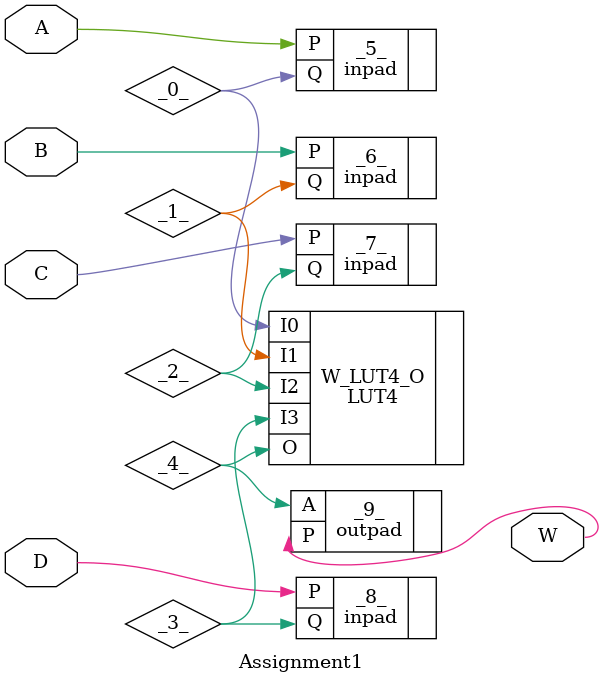
<source format=v>
/* Generated by Yosys 0.9+2406 (git sha1 9ac3484, x86_64-conda_cos6-linux-gnu-gcc 1.24.0.133_b0863d8_dirty -fvisibility-inlines-hidden -fmessage-length=0 -march=nocona -mtune=haswell -ftree-vectorize -fPIC -fstack-protector-strong -fno-plt -O2 -ffunction-sections -fdebug-prefix-map=/root/anaconda3/conda-bld/yosys_1607410735049/work=/usr/local/src/conda/yosys-0.8.0_0003_e80fb742f_20201208_122808 -fdebug-prefix-map=/home/vedula/qorc-sdk/fpga_toolchain_install/v1.3.1/conda=/usr/local/src/conda-prefix -fPIC -Os) */

(* top =  1  *)
(* src = "/home/vedula/qorc-sdk/fpga-examples/Ass1/Ass1.v:1.1-25.10" *)
module Assignment1(A, B, C, D, W);
  wire _0_;
  wire _1_;
  wire _2_;
  wire _3_;
  wire _4_;
  (* src = "/home/vedula/qorc-sdk/fpga-examples/Ass1/Ass1.v:2.12-2.13" *)
  input A;
  (* src = "/home/vedula/qorc-sdk/fpga-examples/Ass1/Ass1.v:3.12-3.13" *)
  input B;
  (* src = "/home/vedula/qorc-sdk/fpga-examples/Ass1/Ass1.v:4.12-4.13" *)
  input C;
  (* src = "/home/vedula/qorc-sdk/fpga-examples/Ass1/Ass1.v:5.12-5.13" *)
  input D;
  (* src = "/home/vedula/qorc-sdk/fpga-examples/Ass1/Ass1.v:7.18-7.19" *)
  output W;
  (* keep = 32'd1 *)
  inpad #(
    .IO_LOC("X3Y30"),
    .IO_PAD("18"),
    .IO_TYPE("SDIOMUX")
  ) _5_ (
    .P(A),
    .Q(_0_)
  );
  (* keep = 32'd1 *)
  inpad #(
    .IO_LOC("X2Y31"),
    .IO_PAD("21"),
    .IO_TYPE("SDIOMUX")
  ) _6_ (
    .P(B),
    .Q(_1_)
  );
  (* keep = 32'd1 *)
  inpad #(
    .IO_LOC("X4Y32"),
    .IO_PAD("23"),
    .IO_TYPE("BIDIR")
  ) _7_ (
    .P(C),
    .Q(_2_)
  );
  (* keep = 32'd1 *)
  inpad #(
    .IO_LOC("X14Y32"),
    .IO_PAD("30"),
    .IO_TYPE("BIDIR")
  ) _8_ (
    .P(D),
    .Q(_3_)
  );
  (* keep = 32'd1 *)
  outpad #(
    .IO_LOC("X12Y3"),
    .IO_PAD("3"),
    .IO_TYPE("BIDIR")
  ) _9_ (
    .A(_4_),
    .P(W)
  );
  (* module_not_derived = 32'd1 *)
  (* src = "/home/vedula/qorc-sdk/fpga_toolchain_install/v1.3.1/conda/bin/../share/yosys/quicklogic/pp3_lut_map.v:40.63-40.132" *)
  LUT4 #(
    .EQN("(I0*I1*~I2*~I3)+(~I0*~I1*I2*~I3)+(~I0*I1*I2*~I3)+(I0*I1*I2*~I3)+(I0*I1*~I2*I3)+(~I0*~I1*I2*I3)+(~I0*I1*I2*I3)"),
    .INIT(16'h58d8)
  ) W_LUT4_O (
    .I0(_0_),
    .I1(_1_),
    .I2(_2_),
    .I3(_3_),
    .O(_4_)
  );
endmodule

</source>
